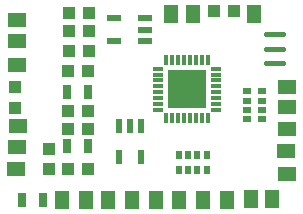
<source format=gtp>
G75*
%MOIN*%
%OFA0B0*%
%FSLAX25Y25*%
%IPPOS*%
%LPD*%
%AMOC8*
5,1,8,0,0,1.08239X$1,22.5*
%
%ADD10R,0.04331X0.03937*%
%ADD11R,0.06000X0.05000*%
%ADD12R,0.05000X0.06000*%
%ADD13R,0.03150X0.04724*%
%ADD14R,0.03937X0.04331*%
%ADD15R,0.02559X0.01969*%
%ADD16R,0.01969X0.02559*%
%ADD17R,0.02165X0.04724*%
%ADD18R,0.04724X0.02165*%
%ADD19C,0.01772*%
%ADD20R,0.03200X0.01200*%
%ADD21R,0.01200X0.03200*%
%ADD22R,0.12800X0.12800*%
D10*
X0048695Y0018783D03*
X0055388Y0018783D03*
X0055508Y0032345D03*
X0055417Y0038367D03*
X0048724Y0038367D03*
X0048815Y0032345D03*
X0048756Y0051671D03*
X0048963Y0058264D03*
X0048986Y0064788D03*
X0048924Y0070984D03*
X0055617Y0070984D03*
X0055679Y0064788D03*
X0055656Y0058264D03*
X0055449Y0051671D03*
X0097279Y0071406D03*
X0103972Y0071406D03*
D11*
X0031435Y0018895D03*
X0031823Y0026229D03*
X0031862Y0033205D03*
X0031827Y0053708D03*
X0031727Y0061472D03*
X0031733Y0068667D03*
X0121550Y0046143D03*
X0121550Y0039414D03*
X0121550Y0032146D03*
X0121514Y0024818D03*
X0121811Y0017327D03*
D12*
X0116603Y0008753D03*
X0109603Y0008816D03*
X0101527Y0008712D03*
X0093578Y0008680D03*
X0085676Y0008735D03*
X0077978Y0008605D03*
X0070150Y0008605D03*
X0062179Y0008652D03*
X0054548Y0008607D03*
X0046560Y0008711D03*
X0082979Y0070530D03*
X0090479Y0070530D03*
X0110761Y0070535D03*
D13*
X0055438Y0044727D03*
X0048351Y0044727D03*
X0048232Y0026443D03*
X0055318Y0026443D03*
X0040297Y0008420D03*
X0033210Y0008420D03*
D14*
X0042442Y0018830D03*
X0042442Y0025523D03*
X0031156Y0039394D03*
X0031156Y0046087D03*
D15*
X0108280Y0044883D03*
X0108280Y0041734D03*
X0108280Y0038584D03*
X0108280Y0035435D03*
X0113201Y0035435D03*
X0113201Y0038584D03*
X0113201Y0041734D03*
X0113201Y0044883D03*
D16*
X0094976Y0023639D03*
X0091827Y0023639D03*
X0088677Y0023639D03*
X0085528Y0023639D03*
X0085528Y0018718D03*
X0088677Y0018718D03*
X0091827Y0018718D03*
X0094976Y0018718D03*
D17*
X0073034Y0022876D03*
X0065554Y0022876D03*
X0065554Y0033113D03*
X0069294Y0033113D03*
X0073034Y0033113D03*
D18*
X0074250Y0061604D03*
X0074250Y0065344D03*
X0074250Y0069084D03*
X0064013Y0069084D03*
X0064013Y0061604D03*
D19*
X0114686Y0063746D02*
X0120414Y0063746D01*
X0120414Y0059021D02*
X0114686Y0059021D01*
X0114686Y0054297D02*
X0120414Y0054297D01*
D20*
X0098088Y0052367D03*
X0098088Y0050367D03*
X0098088Y0048467D03*
X0098088Y0046467D03*
X0098088Y0044467D03*
X0098088Y0042467D03*
X0098088Y0040567D03*
X0098088Y0038567D03*
X0078688Y0038567D03*
X0078688Y0040567D03*
X0078688Y0042467D03*
X0078688Y0044467D03*
X0078688Y0046467D03*
X0078688Y0048467D03*
X0078688Y0050367D03*
X0078688Y0052367D03*
D21*
X0081488Y0055167D03*
X0083488Y0055167D03*
X0085388Y0055167D03*
X0087388Y0055167D03*
X0089388Y0055167D03*
X0091388Y0055167D03*
X0093288Y0055167D03*
X0095288Y0055167D03*
X0095288Y0035767D03*
X0093288Y0035767D03*
X0091388Y0035767D03*
X0089388Y0035767D03*
X0087388Y0035767D03*
X0085388Y0035767D03*
X0083488Y0035767D03*
X0081488Y0035767D03*
D22*
X0088388Y0045467D03*
M02*

</source>
